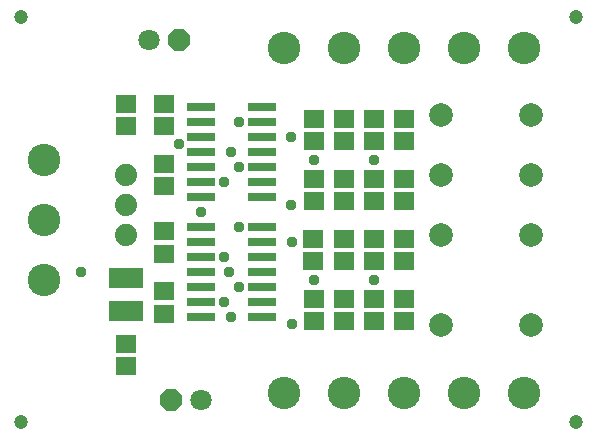
<source format=gbr>
G04 EAGLE Gerber X2 export*
%TF.Part,Single*%
%TF.FileFunction,Soldermask,Top,1*%
%TF.FilePolarity,Negative*%
%TF.GenerationSoftware,Autodesk,EAGLE,8.7.0*%
%TF.CreationDate,2018-05-03T09:05:19Z*%
G75*
%MOMM*%
%FSLAX34Y34*%
%LPD*%
%AMOC8*
5,1,8,0,0,1.08239X$1,22.5*%
G01*
%ADD10C,1.203200*%
%ADD11P,1.951982X8X22.500000*%
%ADD12C,1.803400*%
%ADD13R,2.903200X1.803200*%
%ADD14P,1.951982X8X202.500000*%
%ADD15R,1.703200X1.503200*%
%ADD16R,2.403200X0.803200*%
%ADD17C,1.879600*%
%ADD18C,2.743200*%
%ADD19C,2.003200*%
%ADD20C,0.959600*%


D10*
X88900Y444500D03*
X88900Y101600D03*
X558800Y101600D03*
X558800Y444500D03*
D11*
X222250Y425450D03*
D12*
X196850Y425450D03*
D13*
X177800Y195550D03*
X177800Y223550D03*
D14*
X215900Y120650D03*
D12*
X241300Y120650D03*
D15*
X412750Y307950D03*
X412750Y288950D03*
X387350Y307950D03*
X387350Y288950D03*
X361950Y307950D03*
X361950Y288950D03*
X336550Y307950D03*
X336550Y288950D03*
D16*
X240700Y254000D03*
X292700Y254000D03*
X240700Y266700D03*
X240700Y241300D03*
X240700Y228600D03*
X292700Y266700D03*
X292700Y241300D03*
X292700Y228600D03*
X240700Y203200D03*
X292700Y203200D03*
X240700Y215900D03*
X240700Y190500D03*
X292700Y215900D03*
X292700Y190500D03*
D15*
X209550Y244500D03*
X209550Y263500D03*
X177800Y168250D03*
X177800Y149250D03*
X209550Y301650D03*
X209550Y320650D03*
X209550Y193700D03*
X209550Y212700D03*
X387350Y358750D03*
X387350Y339750D03*
X412750Y358750D03*
X412750Y339750D03*
X209550Y352450D03*
X209550Y371450D03*
X361950Y358750D03*
X361950Y339750D03*
X336550Y358750D03*
X336550Y339750D03*
X177800Y371450D03*
X177800Y352450D03*
D17*
X177800Y260350D03*
X177800Y311150D03*
X177800Y285750D03*
D18*
X107700Y222039D03*
X107700Y272839D03*
X107700Y323639D03*
D16*
X240700Y355600D03*
X292700Y355600D03*
X240700Y368300D03*
X240700Y342900D03*
X240700Y330200D03*
X292700Y368300D03*
X292700Y342900D03*
X292700Y330200D03*
X240700Y304800D03*
X292700Y304800D03*
X240700Y317500D03*
X240700Y292100D03*
X292700Y317500D03*
X292700Y292100D03*
D15*
X412750Y238150D03*
X412750Y257150D03*
X387350Y238150D03*
X387350Y257150D03*
X412750Y187350D03*
X412750Y206350D03*
X387350Y187350D03*
X387350Y206350D03*
X361950Y238150D03*
X361950Y257150D03*
X336144Y238150D03*
X336144Y257150D03*
X361950Y187350D03*
X361950Y206350D03*
X336550Y187350D03*
X336550Y206350D03*
D19*
X444500Y184150D03*
X520700Y184150D03*
X520700Y260350D03*
X520700Y311150D03*
X520700Y361950D03*
X444500Y260350D03*
X444500Y311150D03*
X444500Y361950D03*
D18*
X514561Y418850D03*
X463761Y418850D03*
X412961Y418850D03*
X362161Y418850D03*
X311361Y418850D03*
X514561Y126750D03*
X463761Y126750D03*
X412961Y126750D03*
X362161Y126750D03*
X311361Y126750D03*
D20*
X317500Y342900D03*
X317703Y254000D03*
X260350Y241300D03*
X222686Y336986D03*
X260350Y304800D03*
X273050Y317500D03*
X260350Y203200D03*
X273050Y215900D03*
X139700Y228600D03*
X387350Y323850D03*
X317500Y285750D03*
X241300Y279400D03*
X336550Y323850D03*
X266700Y330200D03*
X387350Y222250D03*
X318372Y185022D03*
X266700Y190500D03*
X336550Y222250D03*
X264696Y228600D03*
X273050Y355600D03*
X273050Y266700D03*
M02*

</source>
